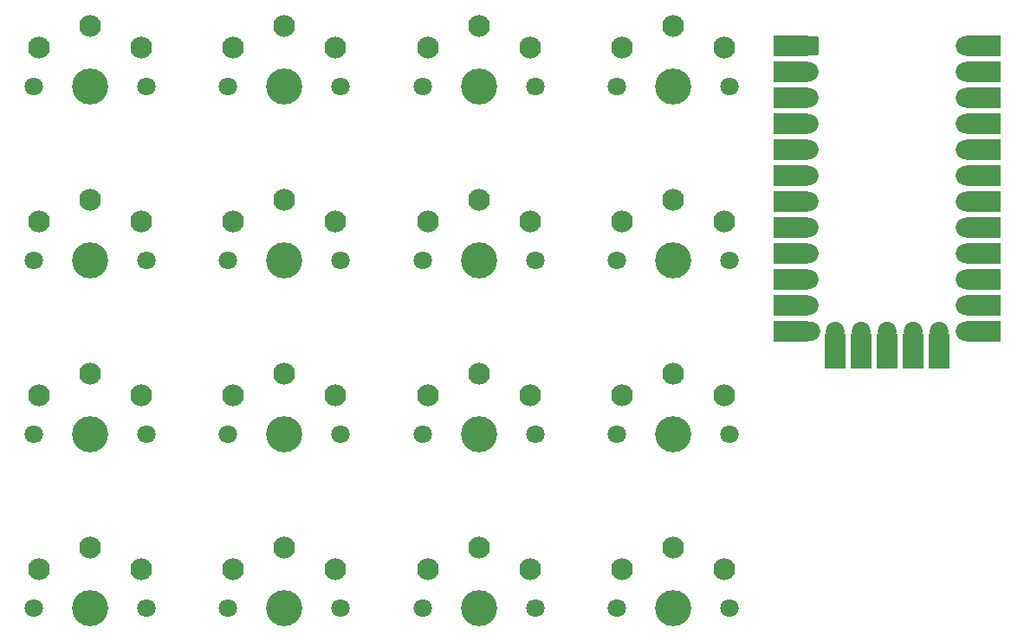
<source format=gbr>
%TF.GenerationSoftware,KiCad,Pcbnew,8.0.1*%
%TF.CreationDate,2024-03-21T22:06:00-04:00*%
%TF.ProjectId,handlebar,68616e64-6c65-4626-9172-2e6b69636164,0.0.1*%
%TF.SameCoordinates,Original*%
%TF.FileFunction,Soldermask,Top*%
%TF.FilePolarity,Negative*%
%FSLAX46Y46*%
G04 Gerber Fmt 4.6, Leading zero omitted, Abs format (unit mm)*
G04 Created by KiCad (PCBNEW 8.0.1) date 2024-03-21 22:06:00*
%MOMM*%
%LPD*%
G01*
G04 APERTURE LIST*
G04 Aperture macros list*
%AMRoundRect*
0 Rectangle with rounded corners*
0 $1 Rounding radius*
0 $2 $3 $4 $5 $6 $7 $8 $9 X,Y pos of 4 corners*
0 Add a 4 corners polygon primitive as box body*
4,1,4,$2,$3,$4,$5,$6,$7,$8,$9,$2,$3,0*
0 Add four circle primitives for the rounded corners*
1,1,$1+$1,$2,$3*
1,1,$1+$1,$4,$5*
1,1,$1+$1,$6,$7*
1,1,$1+$1,$8,$9*
0 Add four rect primitives between the rounded corners*
20,1,$1+$1,$2,$3,$4,$5,0*
20,1,$1+$1,$4,$5,$6,$7,0*
20,1,$1+$1,$6,$7,$8,$9,0*
20,1,$1+$1,$8,$9,$2,$3,0*%
G04 Aperture macros list end*
%ADD10C,3.529000*%
%ADD11C,1.801800*%
%ADD12C,2.132000*%
%ADD13RoundRect,0.050000X-0.876300X-0.876300X0.876300X-0.876300X0.876300X0.876300X-0.876300X0.876300X0*%
%ADD14C,1.852600*%
%ADD15RoundRect,0.050000X-1.625000X1.000000X-1.625000X-1.000000X1.625000X-1.000000X1.625000X1.000000X0*%
%ADD16RoundRect,0.050000X-1.000000X-1.625000X1.000000X-1.625000X1.000000X1.625000X-1.000000X1.625000X0*%
G04 APERTURE END LIST*
D10*
%TO.C,S1*%
X0Y0D03*
D11*
X5500000Y0D03*
X-5500000Y0D03*
D12*
X5000000Y3800000D03*
X0Y5900000D03*
X-5000000Y3800000D03*
X0Y5900000D03*
%TD*%
D10*
%TO.C,S2*%
X0Y17000000D03*
D11*
X5500000Y17000000D03*
X-5500000Y17000000D03*
D12*
X5000000Y20800000D03*
X0Y22900000D03*
X-5000000Y20800000D03*
X0Y22900000D03*
%TD*%
D10*
%TO.C,S3*%
X0Y34000000D03*
D11*
X5500000Y34000000D03*
X-5500000Y34000000D03*
D12*
X5000000Y37800000D03*
X0Y39900000D03*
X-5000000Y37800000D03*
X0Y39900000D03*
%TD*%
%TO.C,S4*%
X0Y56900000D03*
X-5000000Y54800000D03*
X0Y56900000D03*
X5000000Y54800000D03*
D11*
X-5500000Y51000000D03*
X5500000Y51000000D03*
D10*
X0Y51000000D03*
%TD*%
%TO.C,S5*%
X19000000Y0D03*
D11*
X24500000Y0D03*
X13500000Y0D03*
D12*
X24000000Y3800000D03*
X19000000Y5900000D03*
X14000000Y3800000D03*
X19000000Y5900000D03*
%TD*%
D10*
%TO.C,S6*%
X19000000Y17000000D03*
D11*
X24500000Y17000000D03*
X13500000Y17000000D03*
D12*
X24000000Y20800000D03*
X19000000Y22900000D03*
X14000000Y20800000D03*
X19000000Y22900000D03*
%TD*%
D10*
%TO.C,S7*%
X19000000Y34000000D03*
D11*
X24500000Y34000000D03*
X13500000Y34000000D03*
D12*
X24000000Y37800000D03*
X19000000Y39900000D03*
X14000000Y37800000D03*
X19000000Y39900000D03*
%TD*%
D10*
%TO.C,S8*%
X19000000Y51000000D03*
D11*
X24500000Y51000000D03*
X13500000Y51000000D03*
D12*
X24000000Y54800000D03*
X19000000Y56900000D03*
X14000000Y54800000D03*
X19000000Y56900000D03*
%TD*%
D10*
%TO.C,S9*%
X38000000Y0D03*
D11*
X43500000Y0D03*
X32500000Y0D03*
D12*
X43000000Y3800000D03*
X38000000Y5900000D03*
X33000000Y3800000D03*
X38000000Y5900000D03*
%TD*%
D10*
%TO.C,S10*%
X38000000Y17000000D03*
D11*
X43500000Y17000000D03*
X32500000Y17000000D03*
D12*
X43000000Y20800000D03*
X38000000Y22900000D03*
X33000000Y20800000D03*
X38000000Y22900000D03*
%TD*%
D10*
%TO.C,S11*%
X38000000Y34000000D03*
D11*
X43500000Y34000000D03*
X32500000Y34000000D03*
D12*
X43000000Y37800000D03*
X38000000Y39900000D03*
X33000000Y37800000D03*
X38000000Y39900000D03*
%TD*%
D10*
%TO.C,S12*%
X38000000Y51000000D03*
D11*
X43500000Y51000000D03*
X32500000Y51000000D03*
D12*
X43000000Y54800000D03*
X38000000Y56900000D03*
X33000000Y54800000D03*
X38000000Y56900000D03*
%TD*%
D10*
%TO.C,S13*%
X57000000Y0D03*
D11*
X62500000Y0D03*
X51500000Y0D03*
D12*
X62000000Y3800000D03*
X57000000Y5900000D03*
X52000000Y3800000D03*
X57000000Y5900000D03*
%TD*%
D10*
%TO.C,S14*%
X57000000Y17000000D03*
D11*
X62500000Y17000000D03*
X51500000Y17000000D03*
D12*
X62000000Y20800000D03*
X57000000Y22900000D03*
X52000000Y20800000D03*
X57000000Y22900000D03*
%TD*%
D10*
%TO.C,S15*%
X57000000Y34000000D03*
D11*
X62500000Y34000000D03*
X51500000Y34000000D03*
D12*
X62000000Y37800000D03*
X57000000Y39900000D03*
X52000000Y37800000D03*
X57000000Y39900000D03*
%TD*%
D10*
%TO.C,S16*%
X57000000Y51000000D03*
D11*
X62500000Y51000000D03*
X51500000Y51000000D03*
D12*
X62000000Y54800000D03*
X57000000Y56900000D03*
X52000000Y54800000D03*
X57000000Y56900000D03*
%TD*%
D13*
%TO.C,MCU1*%
X70270000Y54960000D03*
D14*
X70270000Y52420000D03*
X70270000Y49880000D03*
X70270000Y47340000D03*
X70270000Y44800000D03*
X70270000Y42260000D03*
X70270000Y39720000D03*
X70270000Y37180000D03*
X70270000Y34640000D03*
X70270000Y32100000D03*
X70270000Y29560000D03*
X70498600Y27020000D03*
X72810000Y27020000D03*
X75350000Y27020000D03*
X77890000Y27020000D03*
X80430000Y27020000D03*
X82970000Y27020000D03*
X85510000Y27020000D03*
X85510000Y29560000D03*
X85510000Y32100000D03*
X85510000Y34640000D03*
X85510000Y37180000D03*
X85510000Y39720000D03*
X85510000Y42260000D03*
X85510000Y44800000D03*
X85510000Y47340000D03*
X85510000Y49880000D03*
X85510000Y52420000D03*
X85510000Y54960000D03*
D15*
X68492000Y54960000D03*
X68492000Y52420000D03*
X68492000Y49880000D03*
X68492000Y47340000D03*
X68492000Y44800000D03*
X68492000Y42260000D03*
X68492000Y39720000D03*
X68492000Y37180000D03*
X68492000Y34640000D03*
X68492000Y32100000D03*
X68492000Y29560000D03*
X68492000Y27020000D03*
D16*
X72810000Y25115000D03*
X75350000Y25115000D03*
X77890000Y25115000D03*
X80430000Y25115000D03*
X82970000Y25115000D03*
D15*
X87288000Y27020000D03*
X87288000Y29560000D03*
X87288000Y32100000D03*
X87288000Y34640000D03*
X87288000Y37180000D03*
X87288000Y39720000D03*
X87288000Y42260000D03*
X87288000Y44800000D03*
X87288000Y47340000D03*
X87288000Y49880000D03*
X87288000Y52420000D03*
X87288000Y54960000D03*
%TD*%
M02*

</source>
